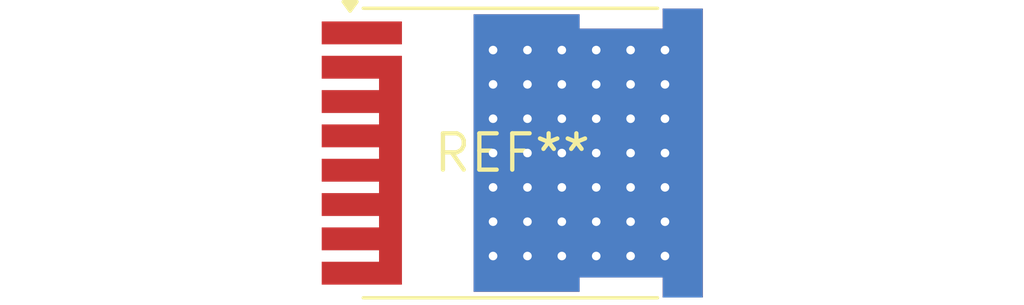
<source format=kicad_pcb>
(kicad_pcb (version 20240108) (generator pcbnew)
  (layers (0 "F.Cu" signal) (31 "B.Cu" signal) (34 "B.Paste" user) (35 "F.Paste" user) (36 "B.SilkS" user "B.Silkscreen") (37 "F.SilkS" user "F.Silkscreen") (38 "B.Mask" user) (39 "F.Mask" user) (44 "Edge.Cuts" user))
  (net 0 "")
  (footprint "Infineon_PG-HSOF-8-1_ThermalVias" (layer "F.Cu") (at 0 0)
    (property "Reference" "REF**")
    (property "Value" "Infineon_PG-HSOF-8-1_ThermalVias")
    (fp_line (start -5.2 -5.06) (end 5.07 -5.06) (layer "F.SilkS") (stroke (width 0.12)))
    (fp_line (start -5.2 5.06) (end 5.07 5.06) (layer "F.SilkS") (stroke (width 0.12)))
    (fp_poly (pts (xy -5.66 -4.96) (xy -5.42 -5.29) (xy -5.9 -5.29) (xy -5.66 -4.96)) (layer "F.SilkS") (stroke (width 0.12)) (fill solid))
    (pad "1" smd rect (at -5.25 -4.2) (size 2.8 0.8) (layers "F.Cu" "F.Mask"))
    (pad "2" smd custom (at -4.25 0.6) (size 0.8 8) (layers "F.Cu" "F.Mask") (options (clearance outline) (anchor rect)) (primitives (gr_poly (pts (xy -0.4 -3.2) (xy -2.4 -3.2) (xy -2.4 -4) (xy -0.4 -4)) (width 0) (fill yes)) (gr_poly (pts (xy -0.4 -2) (xy -2.4 -2) (xy -2.4 -2.8) (xy -0.4 -2.8)) (width 0) (fill yes)) (gr_poly (pts (xy -0.4 -0.8) (xy -2.4 -0.8) (xy -2.4 -1.6) (xy -0.4 -1.6)) (width 0) (fill yes)) (gr_poly (pts (xy -0.4 0.4) (xy -2.4 0.4) (xy -2.4 -0.4) (xy -0.4 -0.4)) (width 0) (fill yes)) (gr_poly (pts (xy -0.4 1.6) (xy -2.4 1.6) (xy -2.4 0.8) (xy -0.4 0.8)) (width 0) (fill yes)) (gr_poly (pts (xy -0.4 2.8) (xy -2.4 2.8) (xy -2.4 2) (xy -0.4 2)) (width 0) (fill yes)) (gr_poly (pts (xy -0.4 4) (xy -2.4 4) (xy -2.4 3.2) (xy -0.4 3.2)) (width 0) (fill yes))))
    (pad "3" thru_hole circle (at -0.67 -3.6) (size 0.6 0.6) (drill 0.3) (layers *.Cu) (remove_unused_layers))
    (pad "3" thru_hole circle (at -0.67 -2.4) (size 0.6 0.6) (drill 0.3) (layers *.Cu) (remove_unused_layers))
    (pad "3" thru_hole circle (at -0.67 -1.2) (size 0.6 0.6) (drill 0.3) (layers *.Cu) (remove_unused_layers))
    (pad "3" thru_hole circle (at -0.67 0) (size 0.6 0.6) (drill 0.3) (layers *.Cu) (remove_unused_layers))
    (pad "3" thru_hole circle (at -0.67 1.2) (size 0.6 0.6) (drill 0.3) (layers *.Cu) (remove_unused_layers))
    (pad "3" thru_hole circle (at -0.67 2.4) (size 0.6 0.6) (drill 0.3) (layers *.Cu) (remove_unused_layers))
    (pad "3" thru_hole circle (at -0.67 3.6) (size 0.6 0.6) (drill 0.3) (layers *.Cu) (remove_unused_layers))
    (pad "3" thru_hole circle (at 0.53 -3.6) (size 0.6 0.6) (drill 0.3) (layers *.Cu) (remove_unused_layers))
    (pad "3" thru_hole circle (at 0.53 -2.4) (size 0.6 0.6) (drill 0.3) (layers *.Cu) (remove_unused_layers))
    (pad "3" thru_hole circle (at 0.53 -1.2) (size 0.6 0.6) (drill 0.3) (layers *.Cu) (remove_unused_layers))
    (pad "3" thru_hole circle (at 0.53 0) (size 0.6 0.6) (drill 0.3) (layers *.Cu) (remove_unused_layers))
    (pad "3" thru_hole circle (at 0.53 1.2) (size 0.6 0.6) (drill 0.3) (layers *.Cu) (remove_unused_layers))
    (pad "3" thru_hole circle (at 0.53 2.4) (size 0.6 0.6) (drill 0.3) (layers *.Cu) (remove_unused_layers))
    (pad "3" thru_hole circle (at 0.53 3.6) (size 0.6 0.6) (drill 0.3) (layers *.Cu) (remove_unused_layers))
    (pad "3" thru_hole circle (at 1.73 -3.6) (size 0.6 0.6) (drill 0.3) (layers *.Cu) (remove_unused_layers))
    (pad "3" thru_hole circle (at 1.73 -2.4) (size 0.6 0.6) (drill 0.3) (layers *.Cu) (remove_unused_layers))
    (pad "3" thru_hole circle (at 1.73 -1.2) (size 0.6 0.6) (drill 0.3) (layers *.Cu) (remove_unused_layers))
    (pad "3" thru_hole circle (at 1.73 0) (size 0.6 0.6) (drill 0.3) (layers *.Cu) (remove_unused_layers))
    (pad "3" thru_hole circle (at 1.73 1.2) (size 0.6 0.6) (drill 0.3) (layers *.Cu) (remove_unused_layers))
    (pad "3" thru_hole circle (at 1.73 2.4) (size 0.6 0.6) (drill 0.3) (layers *.Cu) (remove_unused_layers))
    (pad "3" thru_hole circle (at 1.73 3.6) (size 0.6 0.6) (drill 0.3) (layers *.Cu) (remove_unused_layers))
    (pad "3" thru_hole circle (at 2.93 -3.6) (size 0.6 0.6) (drill 0.3) (layers *.Cu) (remove_unused_layers))
    (pad "3" thru_hole circle (at 2.93 -2.4) (size 0.6 0.6) (drill 0.3) (layers *.Cu) (remove_unused_layers))
    (pad "3" thru_hole circle (at 2.93 -1.2) (size 0.6 0.6) (drill 0.3) (layers *.Cu) (remove_unused_layers))
    (pad "3" thru_hole circle (at 2.93 0) (size 0.6 0.6) (drill 0.3) (layers *.Cu) (remove_unused_layers))
    (pad "3" thru_hole circle (at 2.93 1.2) (size 0.6 0.6) (drill 0.3) (layers *.Cu) (remove_unused_layers))
    (pad "3" thru_hole circle (at 2.93 2.4) (size 0.6 0.6) (drill 0.3) (layers *.Cu) (remove_unused_layers))
    (pad "3" thru_hole circle (at 2.93 3.6) (size 0.6 0.6) (drill 0.3) (layers *.Cu) (remove_unused_layers))
    (pad "3" smd custom (at 3.8 0) (size 2.9 8.7) (layers "F.Cu" "F.Mask") (options (clearance outline) (anchor rect)) (primitives (gr_poly (pts (xy 2.85 5.05) (xy 1.45 5.05) (xy 1.45 -5.05) (xy 2.85 -5.05)) (width 0) (fill yes)) (gr_poly (pts (xy -1.45 4.85) (xy -5.15 4.85) (xy -5.15 -4.85) (xy -1.45 -4.85)) (width 0) (fill yes))))
    (pad "3" smd custom (at 3.8 0) (size 2.9 8.7) (layers "B.Cu") (options (clearance outline) (anchor rect)) (primitives (gr_poly (pts (xy 2.85 5.05) (xy 1.45 5.05) (xy 1.45 -5.05) (xy 2.85 -5.05)) (width 0) (fill yes)) (gr_poly (pts (xy -1.45 4.85) (xy -5.15 4.85) (xy -5.15 -4.85) (xy -1.45 -4.85)) (width 0) (fill yes))))
    (pad "3" thru_hole circle (at 4.13 -3.6) (size 0.6 0.6) (drill 0.3) (layers *.Cu) (remove_unused_layers))
    (pad "3" thru_hole circle (at 4.13 -2.4) (size 0.6 0.6) (drill 0.3) (layers *.Cu) (remove_unused_layers))
    (pad "3" thru_hole circle (at 4.13 -1.2) (size 0.6 0.6) (drill 0.3) (layers *.Cu) (remove_unused_layers))
    (pad "3" thru_hole circle (at 4.13 0) (size 0.6 0.6) (drill 0.3) (layers *.Cu) (remove_unused_layers))
    (pad "3" thru_hole circle (at 4.13 1.2) (size 0.6 0.6) (drill 0.3) (layers *.Cu) (remove_unused_layers))
    (pad "3" thru_hole circle (at 4.13 2.4) (size 0.6 0.6) (drill 0.3) (layers *.Cu) (remove_unused_layers))
    (pad "3" thru_hole circle (at 4.13 3.6) (size 0.6 0.6) (drill 0.3) (layers *.Cu) (remove_unused_layers))
    (pad "3" thru_hole circle (at 5.33 -3.6) (size 0.6 0.6) (drill 0.3) (layers *.Cu) (remove_unused_layers))
    (pad "3" thru_hole circle (at 5.33 -2.4) (size 0.6 0.6) (drill 0.3) (layers *.Cu) (remove_unused_layers))
    (pad "3" thru_hole circle (at 5.33 -1.2) (size 0.6 0.6) (drill 0.3) (layers *.Cu) (remove_unused_layers))
    (pad "3" thru_hole circle (at 5.33 0) (size 0.6 0.6) (drill 0.3) (layers *.Cu) (remove_unused_layers))
    (pad "3" thru_hole circle (at 5.33 1.2) (size 0.6 0.6) (drill 0.3) (layers *.Cu) (remove_unused_layers))
    (pad "3" thru_hole circle (at 5.33 2.4) (size 0.6 0.6) (drill 0.3) (layers *.Cu) (remove_unused_layers))
    (pad "3" thru_hole circle (at 5.33 3.6) (size 0.6 0.6) (drill 0.3) (layers *.Cu) (remove_unused_layers))
  )
)
</source>
